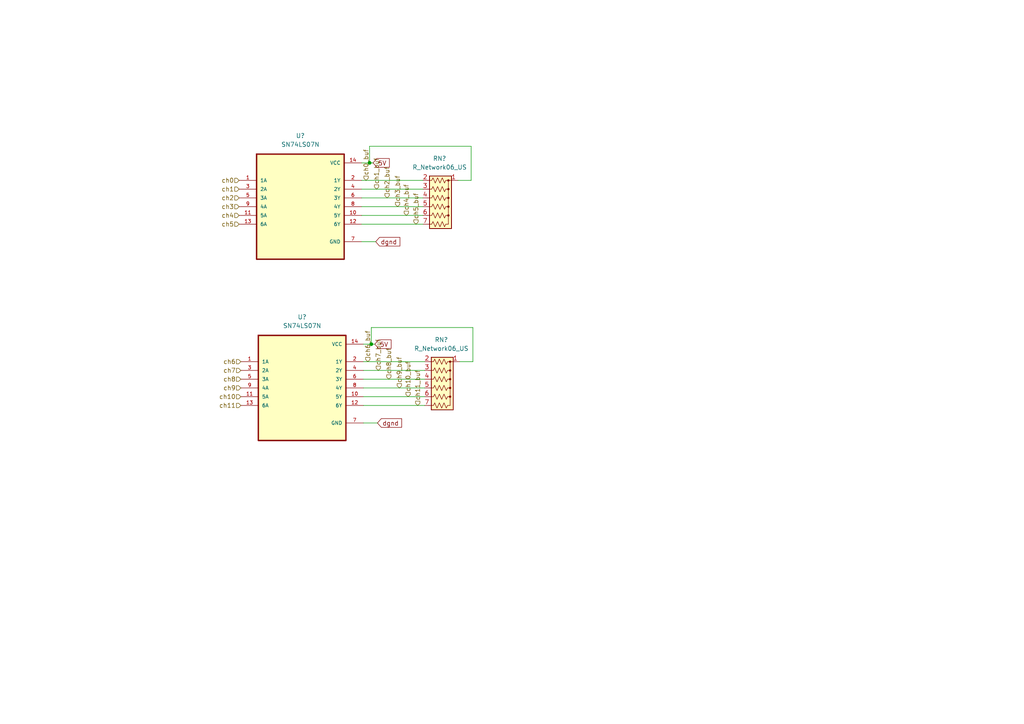
<source format=kicad_sch>
(kicad_sch (version 20211123) (generator eeschema)
  (paper "A4")
  (lib_symbols
    (symbol "Device:R_Network06_US" (pin_names (offset 0) hide)
      (property "Reference" "RN" (at -10.16 0 90))
      (property "Value" "R_Network06_US" (at 7.62 0 90))
      (symbol "R_Network06_US_0_1"
        (rectangle (start -8.89 -3.175) (end 6.35 3.175) (stroke (width 0.254)) (fill (type background)))
        (circle (center -7.62 2.286) (radius 0.254) (fill (type outline)))
        (circle (center -5.08 2.286) (radius 0.254) (fill (type outline)))
        (circle (center -2.54 2.286) (radius 0.254) (fill (type outline)))
        (polyline (pts (xy -7.62 2.286) (xy 5.08 2.286)))
        (polyline (pts (xy -7.62 2.286) (xy -7.62 1.524) (xy -6.858 1.1684) (xy -8.382 0.508) (xy -6.858 -0.1524) (xy -8.382 -0.8382) (xy -6.858 -1.524) (xy -8.382 -2.1844) (xy -7.62 -2.54) (xy -7.62 -3.81)))
        (polyline (pts (xy -5.08 2.286) (xy -5.08 1.524) (xy -4.318 1.1684) (xy -5.842 0.508) (xy -4.318 -0.1524) (xy -5.842 -0.8382) (xy -4.318 -1.524) (xy -5.842 -2.1844) (xy -5.08 -2.54) (xy -5.08 -3.81)))
        (polyline (pts (xy -2.54 2.286) (xy -2.54 1.524) (xy -1.778 1.1684) (xy -3.302 0.508) (xy -1.778 -0.1524) (xy -3.302 -0.8382) (xy -1.778 -1.524) (xy -3.302 -2.1844) (xy -2.54 -2.54) (xy -2.54 -3.81)))
        (polyline (pts (xy 0 2.286) (xy 0 1.524) (xy 0.762 1.1684) (xy -0.762 0.508) (xy 0.762 -0.1524) (xy -0.762 -0.8382) (xy 0.762 -1.524) (xy -0.762 -2.1844) (xy 0 -2.54) (xy 0 -3.81)))
        (polyline (pts (xy 2.54 2.286) (xy 2.54 1.524) (xy 3.302 1.1684) (xy 1.778 0.508) (xy 3.302 -0.1524) (xy 1.778 -0.8382) (xy 3.302 -1.524) (xy 1.778 -2.1844) (xy 2.54 -2.54) (xy 2.54 -3.81)))
        (polyline (pts (xy 5.08 2.286) (xy 5.08 1.524) (xy 5.842 1.1684) (xy 4.318 0.508) (xy 5.842 -0.1524) (xy 4.318 -0.8382) (xy 5.842 -1.524) (xy 4.318 -2.1844) (xy 5.08 -2.54) (xy 5.08 -3.81)))
        (circle (center 0 2.286) (radius 0.254) (fill (type outline)))
        (circle (center 2.54 2.286) (radius 0.254) (fill (type outline)))
      )
      (symbol "R_Network06_US_1_1"
        (pin passive line (at -7.62 5.08 270) (length 2.54) (name "common") (number "1"))
        (pin passive line (at -7.62 -5.08 90) (length 1.27) (name "R1") (number "2"))
        (pin passive line (at -5.08 -5.08 90) (length 1.27) (name "R2") (number "3"))
        (pin passive line (at -2.54 -5.08 90) (length 1.27) (name "R3") (number "4"))
        (pin passive line (at 0 -5.08 90) (length 1.27) (name "R4") (number "5"))
        (pin passive line (at 2.54 -5.08 90) (length 1.27) (name "R5") (number "6"))
        (pin passive line (at 5.08 -5.08 90) (length 1.27) (name "R6") (number "7"))
      )
    )
    (symbol "teensy:SN74LS07N" (pin_names (offset 1.016))
      (property "Reference" "U" (at -12.7 16.2306 0))
      (property "Value" "SN74LS07N" (at -12.7 -19.2278 0))
      (symbol "SN74LS07N_0_0"
        (rectangle (start -12.7 -15.24) (end 12.7 15.24) (stroke (width 0.4064)) (fill (type background)))
        (pin input line (at -17.78 7.62 0) (length 5.08) (name "1A") (number "1"))
        (pin output line (at 17.78 -2.54 180) (length 5.08) (name "5Y") (number "10"))
        (pin input line (at -17.78 -2.54 0) (length 5.08) (name "5A") (number "11"))
        (pin output line (at 17.78 -5.08 180) (length 5.08) (name "6Y") (number "12"))
        (pin input line (at -17.78 -5.08 0) (length 5.08) (name "6A") (number "13"))
        (pin power_in line (at 17.78 12.7 180) (length 5.08) (name "VCC") (number "14"))
        (pin output line (at 17.78 7.62 180) (length 5.08) (name "1Y") (number "2"))
        (pin input line (at -17.78 5.08 0) (length 5.08) (name "2A") (number "3"))
        (pin output line (at 17.78 5.08 180) (length 5.08) (name "2Y") (number "4"))
        (pin input line (at -17.78 2.54 0) (length 5.08) (name "3A") (number "5"))
        (pin output line (at 17.78 2.54 180) (length 5.08) (name "3Y") (number "6"))
        (pin power_in line (at 17.78 -10.16 180) (length 5.08) (name "GND") (number "7"))
        (pin output line (at 17.78 0 180) (length 5.08) (name "4Y") (number "8"))
        (pin input line (at -17.78 0 0) (length 5.08) (name "4A") (number "9"))
      )
    )
  )
  (junction (at 107.696 99.822))
  (junction (at 107.188 47.244))
  (wire (pts (xy 107.188 47.244) (xy 107.188 42.418)))
  (wire (pts (xy 105.41 99.822) (xy 107.696 99.822)))
  (wire (pts (xy 104.902 52.324) (xy 122.682 52.324)))
  (wire (pts (xy 107.696 99.822) (xy 108.712 99.822)))
  (wire (pts (xy 105.41 117.602) (xy 123.19 117.602)))
  (wire (pts (xy 105.41 107.442) (xy 123.19 107.442)))
  (wire (pts (xy 107.188 47.244) (xy 108.204 47.244)))
  (wire (pts (xy 105.41 109.982) (xy 123.19 109.982)))
  (wire (pts (xy 107.188 42.418) (xy 136.652 42.418)))
  (wire (pts (xy 136.652 42.418) (xy 136.652 52.324)))
  (wire (pts (xy 105.41 122.682) (xy 109.474 122.682)))
  (wire (pts (xy 105.41 115.062) (xy 123.19 115.062)))
  (wire (pts (xy 137.16 94.996) (xy 137.16 104.902)))
  (wire (pts (xy 104.902 57.404) (xy 122.682 57.404)))
  (wire (pts (xy 136.652 52.324) (xy 132.842 52.324)))
  (wire (pts (xy 104.902 70.104) (xy 108.966 70.104)))
  (wire (pts (xy 104.902 47.244) (xy 107.188 47.244)))
  (wire (pts (xy 107.696 99.822) (xy 107.696 94.996)))
  (wire (pts (xy 104.902 59.944) (xy 122.682 59.944)))
  (wire (pts (xy 107.696 94.996) (xy 137.16 94.996)))
  (wire (pts (xy 104.902 65.024) (xy 122.682 65.024)))
  (wire (pts (xy 105.41 112.522) (xy 123.19 112.522)))
  (wire (pts (xy 137.16 104.902) (xy 133.35 104.902)))
  (wire (pts (xy 105.41 104.902) (xy 123.19 104.902)))
  (wire (pts (xy 104.902 62.484) (xy 122.682 62.484)))
  (wire (pts (xy 104.902 54.864) (xy 122.682 54.864)))
  (global_label "dgnd" (shape input) (at 109.474 122.682 0) (property "Intersheet References" "${INTERSHEET_REFS}" (effects hide)))
  (global_label "5V" (shape input) (at 108.204 47.244 0) (property "Intersheet References" "${INTERSHEET_REFS}" (effects hide)))
  (global_label "5V" (shape input) (at 108.712 99.822 0) (property "Intersheet References" "${INTERSHEET_REFS}" (effects hide)))
  (global_label "dgnd" (shape input) (at 108.966 70.104 0) (property "Intersheet References" "${INTERSHEET_REFS}" (effects hide)))
  (hierarchical_label "ch10" (shape input) (at 69.85 115.062 180))
  (hierarchical_label "ch3" (shape input) (at 69.342 59.944 180))
  (hierarchical_label "ch2" (shape input) (at 69.342 57.404 180))
  (hierarchical_label "ch6_buf" (shape input) (at 106.68 104.902 90))
  (hierarchical_label "ch4_buf" (shape input) (at 117.856 62.484 90))
  (hierarchical_label "ch9" (shape input) (at 69.85 112.522 180))
  (hierarchical_label "ch6" (shape input) (at 69.85 104.902 180))
  (hierarchical_label "ch2_buf" (shape input) (at 112.268 57.404 90))
  (hierarchical_label "ch11" (shape input) (at 69.85 117.602 180))
  (hierarchical_label "ch9_buf" (shape input) (at 115.824 112.522 90))
  (hierarchical_label "ch7_buf" (shape input) (at 109.728 107.442 90))
  (hierarchical_label "ch1" (shape input) (at 69.342 54.864 180))
  (hierarchical_label "ch7" (shape input) (at 69.85 107.442 180))
  (hierarchical_label "ch1_buf" (shape input) (at 109.22 54.864 90))
  (hierarchical_label "ch8_buf" (shape input) (at 112.776 109.982 90))
  (hierarchical_label "ch3_buf" (shape input) (at 115.316 59.944 90))
  (hierarchical_label "ch0_buf" (shape input) (at 106.172 52.324 90))
  (hierarchical_label "ch4" (shape input) (at 69.342 62.484 180))
  (hierarchical_label "ch0" (shape input) (at 69.342 52.324 180))
  (hierarchical_label "ch5" (shape input) (at 69.342 65.024 180))
  (hierarchical_label "ch8" (shape input) (at 69.85 109.982 180))
  (hierarchical_label "ch10_buf" (shape input) (at 118.364 115.062 90))
  (hierarchical_label "ch5_buf" (shape input) (at 120.65 65.024 90))
  (hierarchical_label "ch11_buf" (shape input) (at 121.158 117.602 90))
  (symbol (lib_id "Device:R_Network06_US") (at 128.27 112.522 270) (unit 1)
    (property "Reference" "RN?" (at 128.016 98.552 90))
    (property "Value" "R_Network06_US" (at 128.016 101.092 90))
    (property "Footprint" "Resistor_THT:R_Array_SIP7" (effects hide))
    (property "Datasheet" "http://www.vishay.com/docs/31509/csc.pdf" (effects hide))
  )
  (symbol (lib_id "teensy:SN74LS07N") (at 87.63 112.522 0) (unit 1)
    (property "Reference" "U?" (at 87.63 91.948 0))
    (property "Value" "SN74LS07N" (at 87.63 94.488 0))
    (property "Footprint" "teensy:DIP794W45P254L1969H508Q14" (effects hide))
  )
  (symbol (lib_id "Device:R_Network06_US") (at 127.762 59.944 270) (unit 1)
    (property "Reference" "RN?" (at 127.508 45.974 90))
    (property "Value" "R_Network06_US" (at 127.508 48.514 90))
    (property "Footprint" "Resistor_THT:R_Array_SIP7" (effects hide))
    (property "Datasheet" "http://www.vishay.com/docs/31509/csc.pdf" (effects hide))
  )
  (symbol (lib_id "teensy:SN74LS07N") (at 87.122 59.944 0) (unit 1)
    (property "Reference" "U?" (at 87.122 39.37 0))
    (property "Value" "SN74LS07N" (at 87.122 41.91 0))
    (property "Footprint" "teensy:DIP794W45P254L1969H508Q14" (effects hide))
  )
)
</source>
